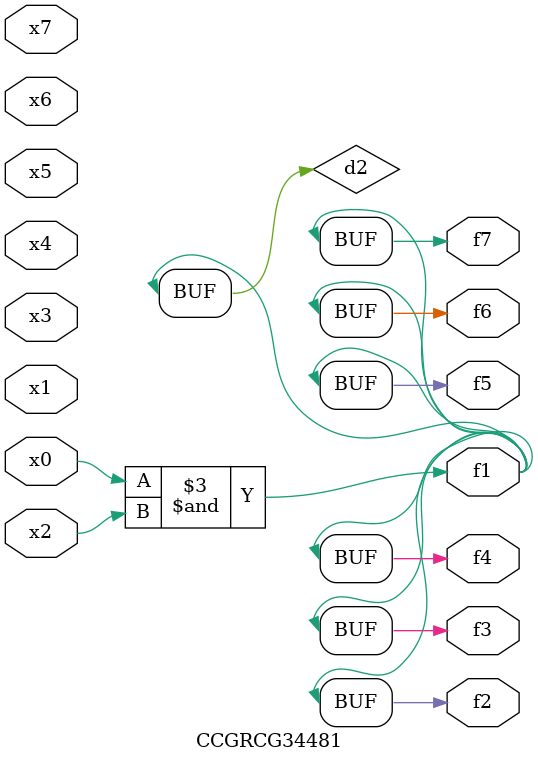
<source format=v>
module CCGRCG34481(
	input x0, x1, x2, x3, x4, x5, x6, x7,
	output f1, f2, f3, f4, f5, f6, f7
);

	wire d1, d2;

	nor (d1, x3, x6);
	and (d2, x0, x2);
	assign f1 = d2;
	assign f2 = d2;
	assign f3 = d2;
	assign f4 = d2;
	assign f5 = d2;
	assign f6 = d2;
	assign f7 = d2;
endmodule

</source>
